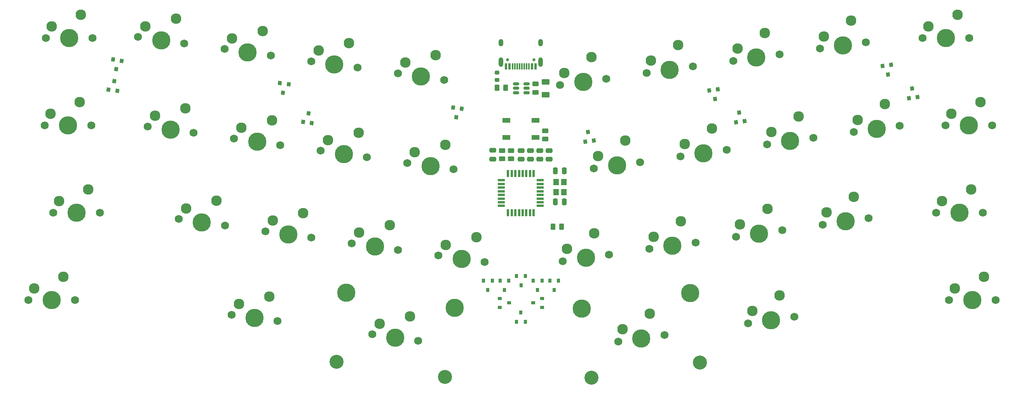
<source format=gbr>
%TF.GenerationSoftware,KiCad,Pcbnew,(6.99.0-222-g367431f825)*%
%TF.CreationDate,2022-01-18T12:28:29+01:00*%
%TF.ProjectId,Adalyn,4164616c-796e-42e6-9b69-6361645f7063,rev?*%
%TF.SameCoordinates,Original*%
%TF.FileFunction,Soldermask,Bot*%
%TF.FilePolarity,Negative*%
%FSLAX46Y46*%
G04 Gerber Fmt 4.6, Leading zero omitted, Abs format (unit mm)*
G04 Created by KiCad (PCBNEW (6.99.0-222-g367431f825)) date 2022-01-18 12:28:29*
%MOMM*%
%LPD*%
G01*
G04 APERTURE LIST*
G04 Aperture macros list*
%AMRoundRect*
0 Rectangle with rounded corners*
0 $1 Rounding radius*
0 $2 $3 $4 $5 $6 $7 $8 $9 X,Y pos of 4 corners*
0 Add a 4 corners polygon primitive as box body*
4,1,4,$2,$3,$4,$5,$6,$7,$8,$9,$2,$3,0*
0 Add four circle primitives for the rounded corners*
1,1,$1+$1,$2,$3*
1,1,$1+$1,$4,$5*
1,1,$1+$1,$6,$7*
1,1,$1+$1,$8,$9*
0 Add four rect primitives between the rounded corners*
20,1,$1+$1,$2,$3,$4,$5,0*
20,1,$1+$1,$4,$5,$6,$7,0*
20,1,$1+$1,$6,$7,$8,$9,0*
20,1,$1+$1,$8,$9,$2,$3,0*%
%AMRotRect*
0 Rectangle, with rotation*
0 The origin of the aperture is its center*
0 $1 length*
0 $2 width*
0 $3 Rotation angle, in degrees counterclockwise*
0 Add horizontal line*
21,1,$1,$2,0,0,$3*%
G04 Aperture macros list end*
%ADD10C,1.750000*%
%ADD11C,3.987800*%
%ADD12C,2.300000*%
%ADD13C,3.048000*%
%ADD14R,1.700000X1.000000*%
%ADD15RotRect,0.900000X0.800000X262.000000*%
%ADD16RotRect,0.900000X0.800000X278.000000*%
%ADD17RotRect,0.900000X0.800000X82.000000*%
%ADD18RotRect,0.900000X0.800000X98.000000*%
%ADD19R,0.800000X0.900000*%
%ADD20R,0.900000X0.800000*%
%ADD21RoundRect,0.250000X-0.475000X0.250000X-0.475000X-0.250000X0.475000X-0.250000X0.475000X0.250000X0*%
%ADD22RoundRect,0.250000X0.475000X-0.250000X0.475000X0.250000X-0.475000X0.250000X-0.475000X-0.250000X0*%
%ADD23RoundRect,0.250000X0.450000X-0.262500X0.450000X0.262500X-0.450000X0.262500X-0.450000X-0.262500X0*%
%ADD24RoundRect,0.250000X-0.262500X-0.450000X0.262500X-0.450000X0.262500X0.450000X-0.262500X0.450000X0*%
%ADD25RoundRect,0.250000X-0.625000X0.375000X-0.625000X-0.375000X0.625000X-0.375000X0.625000X0.375000X0*%
%ADD26RoundRect,0.218750X0.256250X-0.218750X0.256250X0.218750X-0.256250X0.218750X-0.256250X-0.218750X0*%
%ADD27RoundRect,0.250000X-0.450000X0.262500X-0.450000X-0.262500X0.450000X-0.262500X0.450000X0.262500X0*%
%ADD28C,0.650000*%
%ADD29R,0.600000X1.450000*%
%ADD30R,0.300000X1.450000*%
%ADD31O,1.000000X1.600000*%
%ADD32O,1.000000X2.100000*%
%ADD33R,1.600000X0.550000*%
%ADD34R,0.550000X1.600000*%
%ADD35RoundRect,0.250000X0.250000X0.475000X-0.250000X0.475000X-0.250000X-0.475000X0.250000X-0.475000X0*%
%ADD36R,1.200000X1.400000*%
%ADD37RoundRect,0.150000X0.512500X0.150000X-0.512500X0.150000X-0.512500X-0.150000X0.512500X-0.150000X0*%
%ADD38RoundRect,0.250000X-0.250000X-0.475000X0.250000X-0.475000X0.250000X0.475000X-0.250000X0.475000X0*%
G04 APERTURE END LIST*
D10*
%TO.C,MX1*%
X42144098Y-52505797D03*
D11*
X47224098Y-52505797D03*
D10*
X52304098Y-52505797D03*
D12*
X43414098Y-49965797D03*
X49764098Y-47425797D03*
%TD*%
D10*
%TO.C,MX2*%
X41858345Y-71555792D03*
D11*
X46938345Y-71555792D03*
D10*
X52018345Y-71555792D03*
D12*
X43128345Y-69015792D03*
X49478345Y-66475792D03*
%TD*%
D10*
%TO.C,MX3*%
X43763349Y-90605792D03*
D11*
X48843349Y-90605792D03*
D10*
X53923349Y-90605792D03*
D12*
X45033349Y-88065792D03*
X51383349Y-85525792D03*
%TD*%
D10*
%TO.C,MX4*%
X62225251Y-52277520D03*
D11*
X67255813Y-52984519D03*
D10*
X72286375Y-53691518D03*
D12*
X63836391Y-49938989D03*
X70478093Y-48307457D03*
%TD*%
D10*
%TO.C,MX5*%
X64290156Y-71804940D03*
D11*
X69320718Y-72511939D03*
D10*
X74351280Y-73218938D03*
D12*
X65901296Y-69466409D03*
X72542998Y-67834877D03*
%TD*%
D10*
%TO.C,MX6*%
X71071211Y-91995168D03*
D11*
X76101773Y-92702167D03*
D10*
X81132335Y-93409166D03*
D12*
X72682351Y-89656637D03*
X79324053Y-88025105D03*
%TD*%
D10*
%TO.C,MX7*%
X81089857Y-54928773D03*
D11*
X86120419Y-55635772D03*
D10*
X91150981Y-56342771D03*
D12*
X82700997Y-52590242D03*
X89342699Y-50958710D03*
%TD*%
D10*
%TO.C,MX8*%
X83154762Y-74456191D03*
D11*
X88185324Y-75163190D03*
D10*
X93215886Y-75870189D03*
D12*
X84765902Y-72117660D03*
X91407604Y-70486128D03*
%TD*%
D10*
%TO.C,MX9*%
X89935815Y-94646422D03*
D11*
X94966377Y-95353421D03*
D10*
X99996939Y-96060420D03*
D12*
X91546955Y-92307891D03*
X98188657Y-90676359D03*
%TD*%
D10*
%TO.C,MX10*%
X38334097Y-109655795D03*
D11*
X43414097Y-109655795D03*
D10*
X48494097Y-109655795D03*
D12*
X39604097Y-107115795D03*
X45954097Y-104575795D03*
%TD*%
D10*
%TO.C,MX11*%
X99954464Y-57580016D03*
D11*
X104985026Y-58287015D03*
D10*
X110015588Y-58994014D03*
D12*
X101565604Y-55241485D03*
X108207306Y-53609953D03*
%TD*%
D10*
%TO.C,MX12*%
X102019370Y-77107435D03*
D11*
X107049932Y-77814434D03*
D10*
X112080494Y-78521433D03*
D12*
X103630510Y-74768904D03*
X110272212Y-73137372D03*
%TD*%
D10*
%TO.C,MX13*%
X108800422Y-97297668D03*
D11*
X113830984Y-98004667D03*
D10*
X118861546Y-98711666D03*
D12*
X110411562Y-94959137D03*
X117053264Y-93327605D03*
%TD*%
D10*
%TO.C,MX15*%
X82568418Y-112848217D03*
D11*
X87598980Y-113555216D03*
D10*
X92629542Y-114262215D03*
D12*
X84179558Y-110509686D03*
X90821260Y-108878154D03*
%TD*%
D10*
%TO.C,MX16*%
X118819071Y-60231264D03*
D11*
X123849633Y-60938263D03*
D10*
X128880195Y-61645262D03*
D12*
X120430211Y-57892733D03*
X127071913Y-56261201D03*
%TD*%
D10*
%TO.C,MX18*%
X127665030Y-99948912D03*
D11*
X132695592Y-100655911D03*
D10*
X137726154Y-101362910D03*
D12*
X129276170Y-97610381D03*
X135917872Y-95978849D03*
%TD*%
D10*
%TO.C,MX19*%
X113223405Y-117156489D03*
D11*
X118253967Y-117863488D03*
D10*
X123284529Y-118570487D03*
D12*
X114834545Y-114817958D03*
X121476247Y-113186426D03*
%TD*%
D10*
%TO.C,MX20*%
X154168297Y-62789310D03*
D11*
X159198859Y-62082311D03*
D10*
X164229421Y-61375312D03*
D12*
X155072438Y-60097280D03*
X161007141Y-56698250D03*
%TD*%
D10*
%TO.C,MX21*%
X161535694Y-80991107D03*
D11*
X166566256Y-80284108D03*
D10*
X171596818Y-79577109D03*
D12*
X162439835Y-78299077D03*
X168374538Y-74900047D03*
%TD*%
D10*
%TO.C,MX22*%
X154754642Y-101181335D03*
D11*
X159785204Y-100474336D03*
D10*
X164815766Y-99767337D03*
D12*
X155658783Y-98489305D03*
X161593486Y-95090275D03*
%TD*%
D10*
%TO.C,MX23*%
X173032907Y-60138066D03*
D11*
X178063469Y-59431067D03*
D10*
X183094031Y-58724068D03*
D12*
X173937048Y-57446036D03*
X179871751Y-54047006D03*
%TD*%
D10*
%TO.C,MX24*%
X180400302Y-78339861D03*
D11*
X185430864Y-77632862D03*
D10*
X190461426Y-76925863D03*
D12*
X181304443Y-75647831D03*
X187239146Y-72248801D03*
%TD*%
D10*
%TO.C,MX25*%
X173619246Y-98530090D03*
D11*
X178649808Y-97823091D03*
D10*
X183680370Y-97116092D03*
D12*
X174523387Y-95838060D03*
X180458090Y-92439030D03*
%TD*%
D10*
%TO.C,MX26*%
X166838194Y-118720319D03*
D11*
X171868756Y-118013320D03*
D10*
X176899318Y-117306321D03*
D12*
X167742335Y-116028289D03*
X173677038Y-112629259D03*
%TD*%
D10*
%TO.C,MX27*%
X191897508Y-57486813D03*
D11*
X196928070Y-56779814D03*
D10*
X201958632Y-56072815D03*
D12*
X192801649Y-54794783D03*
X198736352Y-51395753D03*
%TD*%
D10*
%TO.C,MX28*%
X199264906Y-75688612D03*
D11*
X204295468Y-74981613D03*
D10*
X209326030Y-74274614D03*
D12*
X200169047Y-72996582D03*
X206103750Y-69597552D03*
%TD*%
D10*
%TO.C,MX29*%
X192483856Y-95878838D03*
D11*
X197514418Y-95171839D03*
D10*
X202544980Y-94464840D03*
D12*
X193387997Y-93186808D03*
X199322700Y-89787778D03*
%TD*%
D10*
%TO.C,MX30*%
X195135099Y-114743447D03*
D11*
X200165661Y-114036448D03*
D10*
X205196223Y-113329449D03*
D12*
X196039240Y-112051417D03*
X201973943Y-108652387D03*
%TD*%
D10*
%TO.C,MX32*%
X210762118Y-54835569D03*
D11*
X215792680Y-54128570D03*
D10*
X220823242Y-53421571D03*
D12*
X211666259Y-52143539D03*
X217600962Y-48744509D03*
%TD*%
D10*
%TO.C,MX33*%
X218129515Y-73037366D03*
D11*
X223160077Y-72330367D03*
D10*
X228190639Y-71623368D03*
D12*
X219033656Y-70345336D03*
X224968359Y-66946306D03*
%TD*%
D10*
%TO.C,MX34*%
X211348460Y-93227595D03*
D11*
X216379022Y-92520596D03*
D10*
X221409584Y-91813597D03*
D12*
X212252601Y-90535565D03*
X218187304Y-87136535D03*
%TD*%
D10*
%TO.C,MX35*%
X238930597Y-109655797D03*
D11*
X244010597Y-109655797D03*
D10*
X249090597Y-109655797D03*
D12*
X240200597Y-107115797D03*
X246550597Y-104575797D03*
%TD*%
D10*
%TO.C,MX36*%
X233120348Y-52505797D03*
D11*
X238200348Y-52505797D03*
D10*
X243280348Y-52505797D03*
D12*
X234390348Y-49965797D03*
X240740348Y-47425797D03*
%TD*%
D10*
%TO.C,MX37*%
X238168600Y-71555795D03*
D11*
X243248600Y-71555795D03*
D10*
X248328600Y-71555795D03*
D12*
X239438600Y-69015795D03*
X245788600Y-66475795D03*
%TD*%
D10*
%TO.C,MX38*%
X236073100Y-90605798D03*
D11*
X241153100Y-90605798D03*
D10*
X246233100Y-90605798D03*
D12*
X237343100Y-88065798D03*
X243693100Y-85525798D03*
%TD*%
D10*
%TO.C,MX17*%
X120883974Y-79758687D03*
D11*
X125914536Y-80465686D03*
D10*
X130945098Y-81172685D03*
D12*
X122495114Y-77420156D03*
X129136816Y-75788624D03*
%TD*%
D13*
%TO.C,REF\u002A\u002A*%
X129072222Y-126437540D03*
D11*
X131193220Y-111345855D03*
D13*
X105491464Y-123123481D03*
D11*
X107612462Y-108031795D03*
%TD*%
D13*
%TO.C,REF\u002A\u002A*%
X184631259Y-123273313D03*
D11*
X182510261Y-108181627D03*
D13*
X161050501Y-126587372D03*
D11*
X158929503Y-111495687D03*
%TD*%
D14*
%TO.C,SW1*%
X142494099Y-74230796D03*
X148794099Y-74230796D03*
X142494099Y-70430796D03*
X148794099Y-70430796D03*
%TD*%
D15*
%TO.C,D101*%
X58644027Y-57472742D03*
X56762517Y-57208313D03*
X57424926Y-59321064D03*
%TD*%
%TO.C,D102*%
X95014027Y-62612742D03*
X93132517Y-62348313D03*
X93794926Y-64461064D03*
%TD*%
%TO.C,D103*%
X132734027Y-67922742D03*
X130852517Y-67658313D03*
X131514926Y-69771064D03*
%TD*%
D16*
%TO.C,D104*%
X188565681Y-63678313D03*
X186684171Y-63942742D03*
X187903272Y-65791064D03*
%TD*%
%TO.C,D105*%
X226295681Y-58378313D03*
X224414171Y-58642742D03*
X225633272Y-60491064D03*
%TD*%
D17*
%TO.C,D106*%
X55794171Y-63778850D03*
X57675681Y-64043279D03*
X57013272Y-61930528D03*
%TD*%
%TO.C,D107*%
X98144171Y-70828850D03*
X100025681Y-71093279D03*
X99363272Y-68980528D03*
%TD*%
D18*
%TO.C,D109*%
X192481690Y-70913547D03*
X194363200Y-70649118D03*
X193144099Y-68800796D03*
%TD*%
%TO.C,D110*%
X230854926Y-63510528D03*
X232074027Y-65358850D03*
X230192517Y-65623279D03*
%TD*%
D19*
%TO.C,D111*%
X139384099Y-105430796D03*
X137484099Y-105430796D03*
X138434099Y-107430796D03*
%TD*%
%TO.C,D112*%
X142984099Y-105440796D03*
X141084099Y-105440796D03*
X142034099Y-107440796D03*
%TD*%
%TO.C,D113*%
X150220000Y-105430000D03*
X148320000Y-105430000D03*
X149270000Y-107430000D03*
%TD*%
%TO.C,D114*%
X153850000Y-105440000D03*
X151950000Y-105440000D03*
X152900000Y-107440000D03*
%TD*%
D20*
%TO.C,D115*%
X141030000Y-109340000D03*
X141030000Y-111240000D03*
X143030000Y-110290000D03*
%TD*%
D19*
%TO.C,D116*%
X144680000Y-114390000D03*
X146580000Y-114390000D03*
X145630000Y-112390000D03*
%TD*%
D20*
%TO.C,D117*%
X150270000Y-111240000D03*
X150270000Y-109340000D03*
X148270000Y-110290000D03*
%TD*%
D19*
%TO.C,D118*%
X146594099Y-104430796D03*
X144694099Y-104430796D03*
X145644099Y-106430796D03*
%TD*%
D21*
%TO.C,C2*%
X149750000Y-77040000D03*
X149750000Y-78940000D03*
%TD*%
%TO.C,C4*%
X145650000Y-77040000D03*
X145650000Y-78940000D03*
%TD*%
%TO.C,C5*%
X147710000Y-77040000D03*
X147710000Y-78940000D03*
%TD*%
D22*
%TO.C,C6*%
X139490000Y-78910000D03*
X139490000Y-77010000D03*
%TD*%
D21*
%TO.C,C101*%
X151790000Y-77040000D03*
X151790000Y-78940000D03*
%TD*%
D23*
%TO.C,R2*%
X141510000Y-78862500D03*
X141510000Y-77037500D03*
%TD*%
%TO.C,R3*%
X143480000Y-78882500D03*
X143480000Y-77057500D03*
%TD*%
%TO.C,R4*%
X150974099Y-74573296D03*
X150974099Y-72748296D03*
%TD*%
D24*
%TO.C,R5*%
X152667500Y-93650000D03*
X154492500Y-93650000D03*
%TD*%
D18*
%TO.C,D108*%
X159618418Y-75132483D03*
X161499928Y-74868054D03*
X160280827Y-73019732D03*
%TD*%
D25*
%TO.C,F101*%
X151034099Y-62100796D03*
X151034099Y-64900796D03*
%TD*%
D26*
%TO.C,L101*%
X140474099Y-61648296D03*
X140474099Y-60073296D03*
%TD*%
D24*
%TO.C,R101*%
X140441599Y-63370796D03*
X142266599Y-63370796D03*
%TD*%
D27*
%TO.C,R102*%
X148814099Y-62548296D03*
X148814099Y-64373296D03*
%TD*%
D28*
%TO.C,USB101*%
X142714099Y-57220796D03*
X148494099Y-57220796D03*
D29*
X142379099Y-58665796D03*
X143154099Y-58665796D03*
D30*
X143854099Y-58665796D03*
X144354099Y-58665796D03*
X144854099Y-58665796D03*
X145354099Y-58665796D03*
X145854099Y-58665796D03*
X146354099Y-58665796D03*
X146854099Y-58665796D03*
X147354099Y-58665796D03*
D29*
X148054099Y-58665796D03*
X148829099Y-58665796D03*
D31*
X141284099Y-53570796D03*
D32*
X141284099Y-57750796D03*
D31*
X149924099Y-53570796D03*
D32*
X149924099Y-57750796D03*
%TD*%
D33*
%TO.C,U1*%
X149874099Y-83530796D03*
X149874099Y-84330796D03*
X149874099Y-85130796D03*
X149874099Y-85930796D03*
X149874099Y-86730796D03*
X149874099Y-87530796D03*
X149874099Y-88330796D03*
X149874099Y-89130796D03*
D34*
X148424099Y-90580796D03*
X147624099Y-90580796D03*
X146824099Y-90580796D03*
X146024099Y-90580796D03*
X145224099Y-90580796D03*
X144424099Y-90580796D03*
X143624099Y-90580796D03*
X142824099Y-90580796D03*
D33*
X141374099Y-89130796D03*
X141374099Y-88330796D03*
X141374099Y-87530796D03*
X141374099Y-86730796D03*
X141374099Y-85930796D03*
X141374099Y-85130796D03*
X141374099Y-84330796D03*
X141374099Y-83530796D03*
D34*
X142824099Y-82080796D03*
X143624099Y-82080796D03*
X144424099Y-82080796D03*
X145224099Y-82080796D03*
X146024099Y-82080796D03*
X146824099Y-82080796D03*
X147624099Y-82080796D03*
X148424099Y-82080796D03*
%TD*%
D35*
%TO.C,C7*%
X155070000Y-88250000D03*
X153170000Y-88250000D03*
%TD*%
D36*
%TO.C,Y1*%
X154964099Y-83900796D03*
X154964099Y-86100796D03*
X153264099Y-86100796D03*
X153264099Y-83900796D03*
%TD*%
D37*
%TO.C,U102*%
X146841599Y-62520796D03*
X146841599Y-63470796D03*
X146841599Y-64420796D03*
X144566599Y-64420796D03*
X144566599Y-63470796D03*
X144566599Y-62520796D03*
%TD*%
D38*
%TO.C,C8*%
X153160000Y-81480000D03*
X155060000Y-81480000D03*
%TD*%
M02*

</source>
